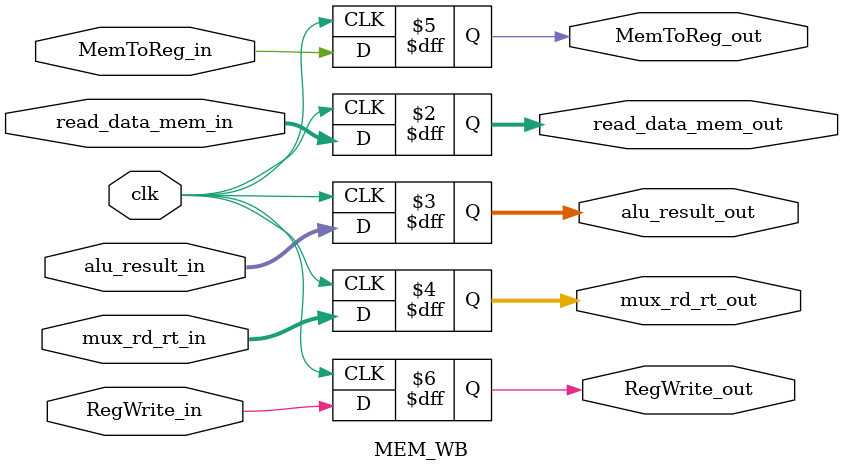
<source format=v>
`timescale 1ns / 1ps
module MEM_WB(
	input clk,
	input [15:0] read_data_mem_in,
	input [15:0] alu_result_in,
	input [2:0] mux_rd_rt_in,
	input MemToReg_in,
	input RegWrite_in,
	
	output reg [15:0] read_data_mem_out,
	output reg [15:0] alu_result_out,
	output reg [2:0] mux_rd_rt_out,
	output reg MemToReg_out,
	output reg RegWrite_out
    );

	
	always @ (negedge clk)
	begin
		read_data_mem_out 	<= read_data_mem_in;
		alu_result_out		   <= alu_result_in;
		mux_rd_rt_out		   <= mux_rd_rt_in;
		MemToReg_out			<= MemToReg_in;
		RegWrite_out			<= RegWrite_in;
	end
endmodule

</source>
